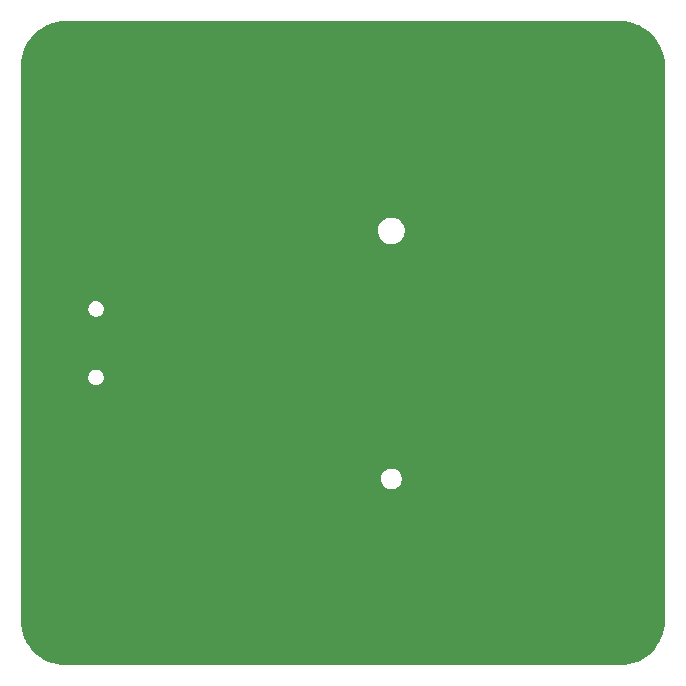
<source format=gbl>
%TF.GenerationSoftware,KiCad,Pcbnew,(6.0.5)*%
%TF.CreationDate,2024-08-03T11:57:57+02:00*%
%TF.ProjectId,gl823k_card_reader,676c3832-336b-45f6-9361-72645f726561,rev?*%
%TF.SameCoordinates,Original*%
%TF.FileFunction,Copper,L2,Bot*%
%TF.FilePolarity,Positive*%
%FSLAX46Y46*%
G04 Gerber Fmt 4.6, Leading zero omitted, Abs format (unit mm)*
G04 Created by KiCad (PCBNEW (6.0.5)) date 2024-08-03 11:57:57*
%MOMM*%
%LPD*%
G01*
G04 APERTURE LIST*
%TA.AperFunction,ComponentPad*%
%ADD10O,1.600000X1.000000*%
%TD*%
%TA.AperFunction,ComponentPad*%
%ADD11O,2.100000X1.000000*%
%TD*%
%TA.AperFunction,ComponentPad*%
%ADD12C,6.400000*%
%TD*%
%TA.AperFunction,ViaPad*%
%ADD13C,0.800000*%
%TD*%
G04 APERTURE END LIST*
D10*
%TO.P,J1,S1,SHIELD*%
%TO.N,GND*%
X123950000Y-94820000D03*
D11*
X128130000Y-86180000D03*
X128130000Y-94820000D03*
D10*
X123950000Y-86180000D03*
%TD*%
D12*
%TO.P,H4,1,1*%
%TO.N,GND*%
X172000000Y-114000000D03*
%TD*%
%TO.P,H3,1,1*%
%TO.N,GND*%
X125000000Y-67000000D03*
%TD*%
%TO.P,H2,1,1*%
%TO.N,GND*%
X172000000Y-67000000D03*
%TD*%
%TO.P,H1,1,1*%
%TO.N,GND*%
X125000000Y-114000000D03*
%TD*%
D13*
%TO.N,GND*%
X135500000Y-91250000D03*
X147250000Y-89000000D03*
X142500000Y-94250000D03*
X135750000Y-85000000D03*
X138500000Y-98000000D03*
X147000000Y-95500000D03*
%TD*%
%TA.AperFunction,Conductor*%
%TO.N,GND*%
G36*
X171987496Y-63252921D02*
G01*
X171987828Y-63252987D01*
X171987829Y-63252987D01*
X172000000Y-63255408D01*
X172012171Y-63252987D01*
X172024582Y-63252987D01*
X172024582Y-63253026D01*
X172035310Y-63252235D01*
X172236423Y-63262115D01*
X172361337Y-63268251D01*
X172373633Y-63269462D01*
X172725375Y-63321639D01*
X172737481Y-63324046D01*
X173082414Y-63410447D01*
X173094246Y-63414036D01*
X173429044Y-63533829D01*
X173440468Y-63538561D01*
X173579684Y-63604405D01*
X173761912Y-63690592D01*
X173772813Y-63696419D01*
X174077805Y-63879225D01*
X174088086Y-63886095D01*
X174373691Y-64097913D01*
X174383230Y-64105740D01*
X174646716Y-64344551D01*
X174655449Y-64353284D01*
X174894260Y-64616770D01*
X174902087Y-64626309D01*
X175001246Y-64760010D01*
X175113905Y-64911914D01*
X175120775Y-64922195D01*
X175303581Y-65227187D01*
X175309410Y-65238092D01*
X175461439Y-65559532D01*
X175466171Y-65570956D01*
X175585964Y-65905754D01*
X175589553Y-65917584D01*
X175675954Y-66262519D01*
X175678363Y-66274634D01*
X175730537Y-66626362D01*
X175731749Y-66638668D01*
X175747765Y-66964690D01*
X175746974Y-66975418D01*
X175747013Y-66975418D01*
X175747013Y-66987829D01*
X175744592Y-67000000D01*
X175747013Y-67012171D01*
X175747013Y-67012172D01*
X175747079Y-67012504D01*
X175749500Y-67037085D01*
X175749500Y-113962915D01*
X175747079Y-113987496D01*
X175744592Y-114000000D01*
X175747013Y-114012171D01*
X175747013Y-114024582D01*
X175746974Y-114024582D01*
X175747765Y-114035310D01*
X175731749Y-114361332D01*
X175730537Y-114373638D01*
X175678363Y-114725366D01*
X175675954Y-114737481D01*
X175664837Y-114781862D01*
X175589553Y-115082414D01*
X175585964Y-115094246D01*
X175466171Y-115429044D01*
X175461439Y-115440468D01*
X175309410Y-115761908D01*
X175303581Y-115772813D01*
X175120775Y-116077805D01*
X175113905Y-116088086D01*
X174902087Y-116373691D01*
X174894260Y-116383230D01*
X174655454Y-116646711D01*
X174646716Y-116655449D01*
X174383230Y-116894260D01*
X174373691Y-116902087D01*
X174164636Y-117057132D01*
X174088086Y-117113905D01*
X174077805Y-117120775D01*
X173772813Y-117303581D01*
X173761912Y-117309408D01*
X173617482Y-117377718D01*
X173440468Y-117461439D01*
X173429044Y-117466171D01*
X173094246Y-117585964D01*
X173082416Y-117589553D01*
X172737481Y-117675954D01*
X172725375Y-117678361D01*
X172373633Y-117730538D01*
X172361337Y-117731749D01*
X172236423Y-117737885D01*
X172035310Y-117747765D01*
X172024582Y-117746974D01*
X172024582Y-117747013D01*
X172012171Y-117747013D01*
X172000000Y-117744592D01*
X171987829Y-117747013D01*
X171987828Y-117747013D01*
X171987496Y-117747079D01*
X171962915Y-117749500D01*
X125037085Y-117749500D01*
X125012504Y-117747079D01*
X125012172Y-117747013D01*
X125012171Y-117747013D01*
X125000000Y-117744592D01*
X124987829Y-117747013D01*
X124975418Y-117747013D01*
X124975418Y-117746974D01*
X124964690Y-117747765D01*
X124763577Y-117737885D01*
X124638663Y-117731749D01*
X124626367Y-117730538D01*
X124274625Y-117678361D01*
X124262519Y-117675954D01*
X123917584Y-117589553D01*
X123905754Y-117585964D01*
X123570956Y-117466171D01*
X123559532Y-117461439D01*
X123382518Y-117377718D01*
X123238088Y-117309408D01*
X123227187Y-117303581D01*
X122922195Y-117120775D01*
X122911914Y-117113905D01*
X122835364Y-117057132D01*
X122626309Y-116902087D01*
X122616770Y-116894260D01*
X122353284Y-116655449D01*
X122344546Y-116646711D01*
X122105740Y-116383230D01*
X122097913Y-116373691D01*
X121886095Y-116088086D01*
X121879225Y-116077805D01*
X121696419Y-115772813D01*
X121690590Y-115761908D01*
X121538561Y-115440468D01*
X121533829Y-115429044D01*
X121414036Y-115094246D01*
X121410447Y-115082414D01*
X121335163Y-114781862D01*
X121324046Y-114737481D01*
X121321637Y-114725366D01*
X121269463Y-114373638D01*
X121268251Y-114361332D01*
X121252235Y-114035310D01*
X121253026Y-114024582D01*
X121252987Y-114024582D01*
X121252987Y-114012171D01*
X121255408Y-114000000D01*
X121252921Y-113987496D01*
X121250500Y-113962915D01*
X121250500Y-101950559D01*
X151715689Y-101950559D01*
X151716046Y-101957376D01*
X151716046Y-101957380D01*
X151720871Y-102049441D01*
X151725701Y-102141605D01*
X151727512Y-102148178D01*
X151727512Y-102148181D01*
X151774691Y-102319463D01*
X151776504Y-102326045D01*
X151865728Y-102495273D01*
X151870133Y-102500486D01*
X151870136Y-102500490D01*
X151962326Y-102609582D01*
X151989209Y-102641393D01*
X152141188Y-102757589D01*
X152147368Y-102760471D01*
X152147370Y-102760472D01*
X152308395Y-102835560D01*
X152308398Y-102835561D01*
X152314572Y-102838440D01*
X152321217Y-102839925D01*
X152321222Y-102839927D01*
X152496230Y-102879045D01*
X152496233Y-102879045D01*
X152501273Y-102880172D01*
X152507139Y-102880500D01*
X152647793Y-102880500D01*
X152790189Y-102865031D01*
X152881527Y-102834292D01*
X152965035Y-102806189D01*
X152965040Y-102806187D01*
X152971505Y-102804011D01*
X153135489Y-102705480D01*
X153274488Y-102574035D01*
X153382020Y-102415807D01*
X153453065Y-102238180D01*
X153454179Y-102231452D01*
X153454180Y-102231448D01*
X153483196Y-102056178D01*
X153483196Y-102056175D01*
X153484311Y-102049441D01*
X153479487Y-101957380D01*
X153474656Y-101865208D01*
X153474299Y-101858395D01*
X153445953Y-101755483D01*
X153425309Y-101680537D01*
X153423496Y-101673955D01*
X153334272Y-101504727D01*
X153329867Y-101499514D01*
X153329864Y-101499510D01*
X153215197Y-101363821D01*
X153210791Y-101358607D01*
X153058812Y-101242411D01*
X153052632Y-101239529D01*
X153052630Y-101239528D01*
X152891605Y-101164440D01*
X152891602Y-101164439D01*
X152885428Y-101161560D01*
X152878783Y-101160075D01*
X152878778Y-101160073D01*
X152703770Y-101120955D01*
X152703767Y-101120955D01*
X152698727Y-101119828D01*
X152692861Y-101119500D01*
X152552207Y-101119500D01*
X152409811Y-101134969D01*
X152330798Y-101161560D01*
X152234965Y-101193811D01*
X152234960Y-101193813D01*
X152228495Y-101195989D01*
X152064511Y-101294520D01*
X151925512Y-101425965D01*
X151817980Y-101584193D01*
X151746935Y-101761820D01*
X151745821Y-101768548D01*
X151745820Y-101768552D01*
X151729819Y-101865208D01*
X151715689Y-101950559D01*
X121250500Y-101950559D01*
X121250500Y-93348514D01*
X126940594Y-93348514D01*
X126950993Y-93513805D01*
X126953442Y-93521341D01*
X126953442Y-93521343D01*
X126979437Y-93601345D01*
X127002172Y-93671317D01*
X127090914Y-93811152D01*
X127211644Y-93924526D01*
X127356776Y-94004313D01*
X127364451Y-94006284D01*
X127364452Y-94006284D01*
X127509513Y-94043529D01*
X127509516Y-94043529D01*
X127517191Y-94045500D01*
X127641242Y-94045500D01*
X127688714Y-94039503D01*
X127756447Y-94030947D01*
X127756450Y-94030946D01*
X127764312Y-94029953D01*
X127771679Y-94027036D01*
X127771680Y-94027036D01*
X127910930Y-93971903D01*
X127910933Y-93971902D01*
X127918299Y-93968985D01*
X128052287Y-93871637D01*
X128157856Y-93744026D01*
X128228373Y-93594171D01*
X128243703Y-93513805D01*
X128257921Y-93439272D01*
X128257921Y-93439270D01*
X128259406Y-93431486D01*
X128249007Y-93266195D01*
X128225426Y-93193620D01*
X128200279Y-93116225D01*
X128200278Y-93116222D01*
X128197828Y-93108683D01*
X128109086Y-92968848D01*
X127988356Y-92855474D01*
X127843224Y-92775687D01*
X127835549Y-92773716D01*
X127835548Y-92773716D01*
X127690487Y-92736471D01*
X127690484Y-92736471D01*
X127682809Y-92734500D01*
X127558758Y-92734500D01*
X127511286Y-92740497D01*
X127443553Y-92749053D01*
X127443550Y-92749054D01*
X127435688Y-92750047D01*
X127428321Y-92752964D01*
X127428320Y-92752964D01*
X127289070Y-92808097D01*
X127289067Y-92808098D01*
X127281701Y-92811015D01*
X127147713Y-92908363D01*
X127042144Y-93035974D01*
X126971627Y-93185829D01*
X126970141Y-93193620D01*
X126954788Y-93274107D01*
X126940594Y-93348514D01*
X121250500Y-93348514D01*
X121250500Y-87568514D01*
X126940594Y-87568514D01*
X126950993Y-87733805D01*
X126953442Y-87741341D01*
X126953442Y-87741343D01*
X126979437Y-87821345D01*
X127002172Y-87891317D01*
X127090914Y-88031152D01*
X127211644Y-88144526D01*
X127356776Y-88224313D01*
X127364451Y-88226284D01*
X127364452Y-88226284D01*
X127509513Y-88263529D01*
X127509516Y-88263529D01*
X127517191Y-88265500D01*
X127641242Y-88265500D01*
X127688714Y-88259503D01*
X127756447Y-88250947D01*
X127756450Y-88250946D01*
X127764312Y-88249953D01*
X127771679Y-88247036D01*
X127771680Y-88247036D01*
X127910930Y-88191903D01*
X127910933Y-88191902D01*
X127918299Y-88188985D01*
X128052287Y-88091637D01*
X128157856Y-87964026D01*
X128228373Y-87814171D01*
X128243703Y-87733805D01*
X128257921Y-87659272D01*
X128257921Y-87659270D01*
X128259406Y-87651486D01*
X128249007Y-87486195D01*
X128225426Y-87413620D01*
X128200279Y-87336225D01*
X128200278Y-87336222D01*
X128197828Y-87328683D01*
X128109086Y-87188848D01*
X127988356Y-87075474D01*
X127843224Y-86995687D01*
X127835549Y-86993716D01*
X127835548Y-86993716D01*
X127690487Y-86956471D01*
X127690484Y-86956471D01*
X127682809Y-86954500D01*
X127558758Y-86954500D01*
X127511286Y-86960497D01*
X127443553Y-86969053D01*
X127443550Y-86969054D01*
X127435688Y-86970047D01*
X127428321Y-86972964D01*
X127428320Y-86972964D01*
X127289070Y-87028097D01*
X127289067Y-87028098D01*
X127281701Y-87031015D01*
X127147713Y-87128363D01*
X127042144Y-87255974D01*
X126971627Y-87405829D01*
X126970141Y-87413620D01*
X126954788Y-87494107D01*
X126940594Y-87568514D01*
X121250500Y-87568514D01*
X121250500Y-80944524D01*
X151465714Y-80944524D01*
X151475688Y-81160013D01*
X151526229Y-81369729D01*
X151528709Y-81375184D01*
X151528711Y-81375189D01*
X151570491Y-81467078D01*
X151615516Y-81566104D01*
X151740325Y-81742052D01*
X151896153Y-81891225D01*
X151901192Y-81894479D01*
X151901195Y-81894481D01*
X151990201Y-81951951D01*
X152077378Y-82008240D01*
X152277460Y-82088876D01*
X152412022Y-82115154D01*
X152484735Y-82129354D01*
X152484738Y-82129354D01*
X152489181Y-82130222D01*
X152494865Y-82130500D01*
X152653896Y-82130500D01*
X152814745Y-82115154D01*
X152911961Y-82086634D01*
X153015988Y-82056116D01*
X153015990Y-82056115D01*
X153021741Y-82054428D01*
X153027075Y-82051681D01*
X153208189Y-81958401D01*
X153208192Y-81958399D01*
X153213520Y-81955655D01*
X153300824Y-81887077D01*
X153378444Y-81826106D01*
X153378448Y-81826102D01*
X153383161Y-81822400D01*
X153524544Y-81659471D01*
X153632567Y-81472746D01*
X153703332Y-81268963D01*
X153704193Y-81263026D01*
X153733425Y-81061416D01*
X153733425Y-81061413D01*
X153734286Y-81055476D01*
X153724312Y-80839987D01*
X153673771Y-80630271D01*
X153671291Y-80624816D01*
X153671289Y-80624811D01*
X153586963Y-80439349D01*
X153584484Y-80433896D01*
X153459675Y-80257948D01*
X153303847Y-80108775D01*
X153298808Y-80105521D01*
X153298805Y-80105519D01*
X153127666Y-79995017D01*
X153122622Y-79991760D01*
X152922540Y-79911124D01*
X152785059Y-79884276D01*
X152715265Y-79870646D01*
X152715262Y-79870646D01*
X152710819Y-79869778D01*
X152705135Y-79869500D01*
X152546104Y-79869500D01*
X152385255Y-79884846D01*
X152379501Y-79886534D01*
X152184012Y-79943884D01*
X152184010Y-79943885D01*
X152178259Y-79945572D01*
X152172927Y-79948318D01*
X152172925Y-79948319D01*
X151991811Y-80041599D01*
X151991808Y-80041601D01*
X151986480Y-80044345D01*
X151981765Y-80048049D01*
X151821556Y-80173894D01*
X151821552Y-80173898D01*
X151816839Y-80177600D01*
X151675456Y-80340529D01*
X151567433Y-80527254D01*
X151496668Y-80731037D01*
X151495807Y-80736972D01*
X151495807Y-80736974D01*
X151481717Y-80834156D01*
X151465714Y-80944524D01*
X121250500Y-80944524D01*
X121250500Y-67037085D01*
X121252921Y-67012504D01*
X121252987Y-67012172D01*
X121252987Y-67012171D01*
X121255408Y-67000000D01*
X121252987Y-66987829D01*
X121252987Y-66975418D01*
X121253026Y-66975418D01*
X121252235Y-66964690D01*
X121268251Y-66638668D01*
X121269463Y-66626362D01*
X121321637Y-66274634D01*
X121324046Y-66262519D01*
X121410447Y-65917584D01*
X121414036Y-65905754D01*
X121533829Y-65570956D01*
X121538561Y-65559532D01*
X121690590Y-65238092D01*
X121696419Y-65227187D01*
X121879225Y-64922195D01*
X121886095Y-64911914D01*
X121998754Y-64760010D01*
X122097913Y-64626309D01*
X122105740Y-64616770D01*
X122344551Y-64353284D01*
X122353284Y-64344551D01*
X122616770Y-64105740D01*
X122626309Y-64097913D01*
X122911914Y-63886095D01*
X122922195Y-63879225D01*
X123227187Y-63696419D01*
X123238088Y-63690592D01*
X123420316Y-63604405D01*
X123559532Y-63538561D01*
X123570956Y-63533829D01*
X123905754Y-63414036D01*
X123917586Y-63410447D01*
X124262519Y-63324046D01*
X124274625Y-63321639D01*
X124626367Y-63269462D01*
X124638663Y-63268251D01*
X124763577Y-63262115D01*
X124964690Y-63252235D01*
X124975418Y-63253026D01*
X124975418Y-63252987D01*
X124987829Y-63252987D01*
X125000000Y-63255408D01*
X125012171Y-63252987D01*
X125012172Y-63252987D01*
X125012504Y-63252921D01*
X125037085Y-63250500D01*
X171962915Y-63250500D01*
X171987496Y-63252921D01*
G37*
%TD.AperFunction*%
%TD*%
M02*

</source>
